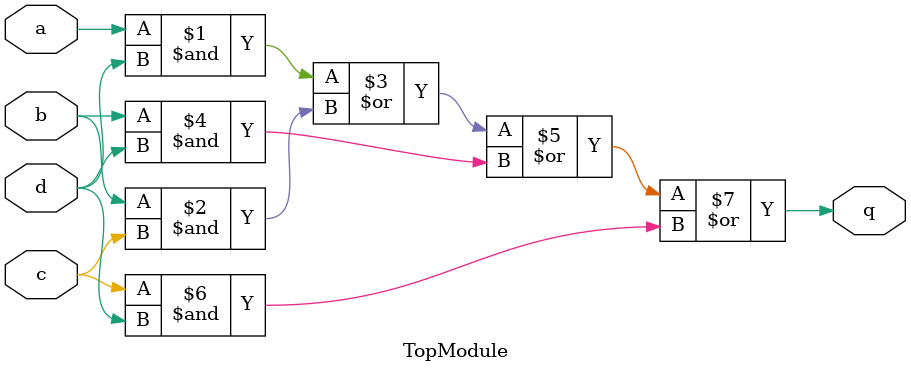
<source format=sv>

module TopModule (
  input a,
  input b,
  input c,
  input d,
  output q
);
assign q = (a & d) | (b & c) | (b & d) | (c & d);

endmodule

</source>
